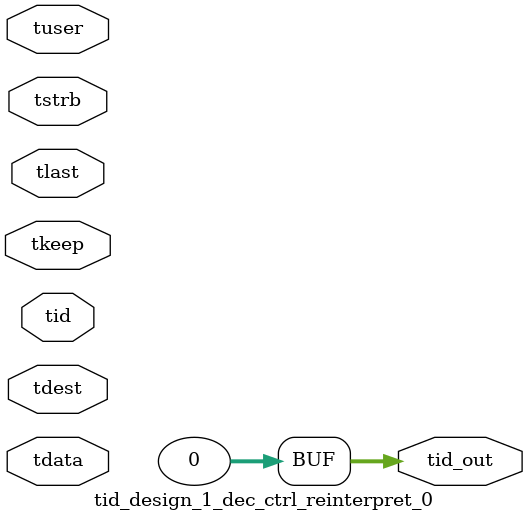
<source format=v>


`timescale 1ps/1ps

module tid_design_1_dec_ctrl_reinterpret_0 #
(
parameter C_S_AXIS_TID_WIDTH   = 1,
parameter C_S_AXIS_TUSER_WIDTH = 0,
parameter C_S_AXIS_TDATA_WIDTH = 0,
parameter C_S_AXIS_TDEST_WIDTH = 0,
parameter C_M_AXIS_TID_WIDTH   = 32
)
(
input  [(C_S_AXIS_TID_WIDTH   == 0 ? 1 : C_S_AXIS_TID_WIDTH)-1:0       ] tid,
input  [(C_S_AXIS_TDATA_WIDTH == 0 ? 1 : C_S_AXIS_TDATA_WIDTH)-1:0     ] tdata,
input  [(C_S_AXIS_TUSER_WIDTH == 0 ? 1 : C_S_AXIS_TUSER_WIDTH)-1:0     ] tuser,
input  [(C_S_AXIS_TDEST_WIDTH == 0 ? 1 : C_S_AXIS_TDEST_WIDTH)-1:0     ] tdest,
input  [(C_S_AXIS_TDATA_WIDTH/8)-1:0 ] tkeep,
input  [(C_S_AXIS_TDATA_WIDTH/8)-1:0 ] tstrb,
input                                                                    tlast,
output [(C_M_AXIS_TID_WIDTH   == 0 ? 1 : C_M_AXIS_TID_WIDTH)-1:0       ] tid_out
);

assign tid_out = {1'b0};

endmodule


</source>
